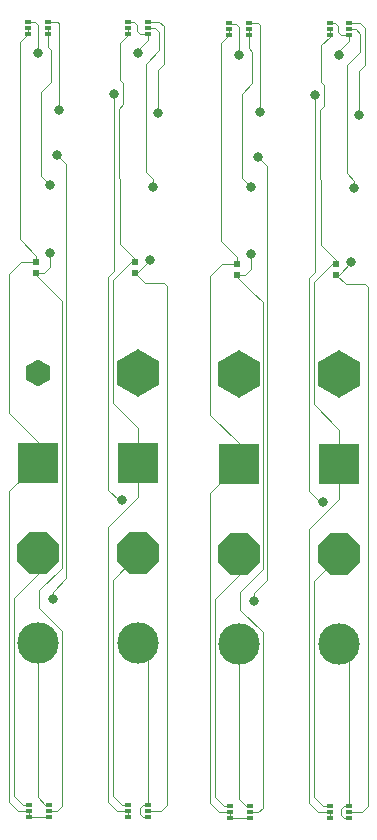
<source format=gbr>
G04 DesignSpark PCB Gerber Version 11.0 Build 5877*
G04 #@! TF.Part,Single*
G04 #@! TF.FileFunction,Copper,L1,Top*
G04 #@! TF.FilePolarity,Positive*
%FSLAX35Y35*%
%MOIN*%
G04 #@! TA.AperFunction,ViaPad*
%AMT26*0 Hexagon Pad at angle 0*4,1,6,-0.03937,-0.02273,-0.03937,0.02273,0.00001,0.04546,0.03937,0.02273,0.03937,-0.02273,0.00001,-0.04546,-0.03937,-0.02273,0*%
%ADD26T26*%
%AMT27*0 Hexagon Pad at angle 0*4,1,6,-0.06890,-0.03978,-0.06890,0.03978,0.00001,0.07956,0.06890,0.03978,0.06890,-0.03978,0.00001,-0.07956,-0.06890,-0.03978,0*%
%ADD27T27*%
%AMT24*0 Octagon Pad at angle 0*4,1,8,-0.02854,-0.06890,0.02854,-0.06890,0.06890,-0.02854,0.06890,0.02854,0.02854,0.06890,-0.02854,0.06890,-0.06890,0.02854,-0.06890,-0.02854,-0.02854,-0.06890,0*%
%ADD24T24*%
%ADD28R,0.13780X0.13780*%
G04 #@! TD.AperFunction*
%ADD23C,0.00200*%
G04 #@! TA.AperFunction,ViaPad*
%ADD11C,0.03200*%
%ADD25C,0.13780*%
G04 #@! TA.AperFunction,SMDPad,CuDef*
%ADD29R,0.01870X0.01181*%
%ADD72R,0.02441X0.02362*%
G04 #@! TD.AperFunction*
X0Y0D02*
D02*
D11*
X12219Y259831D03*
X16219Y193331D03*
Y215831D03*
X17250Y77831D03*
X18750Y225831D03*
X19219Y240831D03*
X37750Y246331D03*
X40250Y110831D03*
X45750Y259831D03*
X49750Y190831D03*
X50750Y215331D03*
X52250Y239831D03*
X79250Y259331D03*
X83250Y192831D03*
Y215331D03*
X84281Y77331D03*
X85781Y225331D03*
X86250Y240331D03*
X104781Y245831D03*
X107281Y110331D03*
X112781Y259331D03*
X116781Y190331D03*
X117781Y214831D03*
X119281Y239331D03*
D02*
D23*
X8919Y268331D02*
Y266362D01*
X9419Y7331D02*
X5719D01*
X2719Y10331D01*
Y113799D01*
X12250Y123331D01*
X9419Y7331D02*
Y5362D01*
X11719Y186520D02*
Y185831D01*
X16719Y180831D01*
X16750D01*
X20250Y177331D01*
Y88331D01*
X12750Y80831D01*
Y74831D01*
X20250Y67331D01*
Y8862D01*
X18719Y7331D01*
X16018D01*
X11719Y190142D02*
Y192331D01*
X6219Y197831D01*
Y263661D01*
X8919Y266362D01*
X12219Y63331D02*
Y11799D01*
X14719Y9299D01*
X16018D01*
X12219Y93331D02*
Y86331D01*
X4219Y78331D01*
Y12299D01*
X7219Y9299D01*
X9419D01*
X12219Y259831D02*
Y269130D01*
X11219Y270130D01*
X9089D01*
X8919Y270299D01*
X12250Y123331D02*
Y130299D01*
X2719Y139831D01*
Y186142D01*
X6719Y190142D01*
X11719D01*
X15518Y266362D02*
Y262031D01*
X16719Y260831D01*
Y250331D01*
X13219Y246831D01*
Y218831D01*
X16219Y215831D01*
X15518Y268331D02*
Y266362D01*
X16018Y5362D02*
X9419D01*
X16219Y193331D02*
Y188520D01*
X14219Y186520D01*
X11719D01*
X17250Y77831D02*
Y80331D01*
X21750Y84831D01*
Y222831D01*
X18750Y225831D01*
X19219Y240831D02*
Y269799D01*
X18719Y270299D01*
X15518D01*
X37750Y246331D02*
Y187331D01*
X35750Y185331D01*
Y114331D01*
X39250Y110831D01*
X40250D01*
X42451Y7331D02*
X38750D01*
X35750Y10331D01*
Y101831D01*
X45750Y111831D01*
Y123331D01*
X42451Y7331D02*
Y5362D01*
Y266362D02*
Y265862D01*
X39750Y263161D01*
Y250831D01*
X40750Y249831D01*
Y242831D01*
X39250Y241331D01*
Y240331D01*
X39750Y196331D01*
X44750Y191331D01*
Y190142D01*
X42451Y268331D02*
Y266362D01*
Y270299D02*
X44281D01*
X45250Y269331D01*
Y267362D01*
X46250Y266362D01*
X49049D01*
X44750Y186520D02*
X45439D01*
X49750Y190831D01*
X45750Y93331D02*
Y92831D01*
X37250Y84331D01*
Y12331D01*
X40281Y9299D01*
X42451D01*
X45750Y123331D02*
Y134831D01*
X37250Y143331D01*
Y184142D01*
X43250Y190142D01*
X44750D01*
X45750Y259831D02*
Y261031D01*
X49049Y264331D01*
Y266362D01*
Y5362D02*
X47219D01*
X46250Y6331D01*
Y8331D01*
X46281D01*
X47250Y9299D01*
X49049D01*
Y7331D02*
X53250D01*
X55250Y9331D01*
Y182331D01*
X54250Y183331D01*
X47939D01*
X44750Y186520D01*
X49049Y9299D02*
Y60031D01*
X45750Y63331D01*
X49049Y270299D02*
X52750D01*
X54250Y268799D01*
Y256331D01*
X52250Y254331D01*
Y239831D01*
X50750Y215331D02*
Y217831D01*
X48250Y220331D01*
Y256331D01*
X52750Y260831D01*
Y266831D01*
X51250Y268331D01*
X49049D01*
X75951Y267831D02*
Y265862D01*
X76451Y6831D02*
X72750D01*
X69750Y9831D01*
Y113299D01*
X79281Y122831D01*
X76451Y6831D02*
Y4862D01*
X78750Y186020D02*
Y185331D01*
X83750Y180331D01*
X83781D01*
X87281Y176831D01*
Y87831D01*
X79781Y80331D01*
Y74331D01*
X87281Y66831D01*
Y8362D01*
X85750Y6831D01*
X83049D01*
X78750Y189642D02*
Y191831D01*
X73250Y197331D01*
Y263161D01*
X75951Y265862D01*
X79250Y62831D02*
Y11299D01*
X81750Y8799D01*
X83049D01*
X79250Y92831D02*
Y85831D01*
X71250Y77831D01*
Y11799D01*
X74250Y8799D01*
X76451D01*
X79250Y259331D02*
Y268630D01*
X78250Y269630D01*
X76120D01*
X75951Y269799D01*
X79281Y122831D02*
Y129799D01*
X69750Y139331D01*
Y185642D01*
X73750Y189642D01*
X78750D01*
X82549Y265862D02*
Y261531D01*
X83750Y260331D01*
Y249831D01*
X80250Y246331D01*
Y218331D01*
X83250Y215331D01*
X82549Y267831D02*
Y265862D01*
X83049Y4862D02*
X76451D01*
X83250Y192831D02*
Y188020D01*
X81250Y186020D01*
X78750D01*
X84281Y77331D02*
Y79831D01*
X88781Y84331D01*
Y222331D01*
X85781Y225331D01*
X86250Y240331D02*
Y269299D01*
X85750Y269799D01*
X82549D01*
X104781Y245831D02*
Y186831D01*
X102781Y184831D01*
Y113831D01*
X106281Y110331D01*
X107281D01*
X109482Y6831D02*
X105781D01*
X102781Y9831D01*
Y101331D01*
X112781Y111331D01*
Y122831D01*
X109482Y6831D02*
Y4862D01*
Y265862D02*
Y265362D01*
X106781Y262661D01*
Y250331D01*
X107781Y249331D01*
Y242331D01*
X106281Y240831D01*
Y239831D01*
X106781Y195831D01*
X111781Y190831D01*
Y189642D01*
X109482Y267831D02*
Y265862D01*
Y269799D02*
X111313D01*
X112281Y268831D01*
Y266862D01*
X113281Y265862D01*
X116081D01*
X111781Y186020D02*
X112470D01*
X116781Y190331D01*
X112781Y92831D02*
Y92331D01*
X104281Y83831D01*
Y11831D01*
X107313Y8799D01*
X109482D01*
X112781Y122831D02*
Y134331D01*
X104281Y142831D01*
Y183642D01*
X110281Y189642D01*
X111781D01*
X112781Y259331D02*
Y260531D01*
X116081Y263831D01*
Y265862D01*
Y4862D02*
X114250D01*
X113281Y5831D01*
Y7831D01*
X113313D01*
X114281Y8799D01*
X116081D01*
Y6831D02*
X120281D01*
X122281Y8831D01*
Y181831D01*
X121281Y182831D01*
X114970D01*
X111781Y186020D01*
X116081Y8799D02*
Y59531D01*
X112781Y62831D01*
X116081Y269799D02*
X119781D01*
X121281Y268299D01*
Y255831D01*
X119281Y253831D01*
Y239331D01*
X117781Y214831D02*
Y217331D01*
X115281Y219831D01*
Y255831D01*
X119781Y260331D01*
Y266331D01*
X118281Y267831D01*
X116081D01*
D02*
D24*
X12219Y93331D03*
X45750D03*
X79250Y92831D03*
X112781D03*
D02*
D25*
X12219Y63331D03*
X45750D03*
X79250Y62831D03*
X112781D03*
D02*
D26*
X12219Y153331D03*
D02*
D27*
X45750D03*
X79250Y152831D03*
X112781D03*
D02*
D28*
X12250Y123331D03*
X45750D03*
X79281Y122831D03*
X112781D03*
D02*
D29*
X8919Y266362D03*
Y268331D03*
Y270299D03*
X9419Y5362D03*
Y7331D03*
Y9299D03*
X15518Y266362D03*
Y268331D03*
Y270299D03*
X16018Y5362D03*
Y7331D03*
Y9299D03*
X42451Y5362D03*
Y7331D03*
Y9299D03*
Y266362D03*
Y268331D03*
Y270299D03*
X49049Y5362D03*
Y7331D03*
Y9299D03*
Y266362D03*
Y268331D03*
Y270299D03*
X75951Y265862D03*
Y267831D03*
Y269799D03*
X76451Y4862D03*
Y6831D03*
Y8799D03*
X82549Y265862D03*
Y267831D03*
Y269799D03*
X83049Y4862D03*
Y6831D03*
Y8799D03*
X109482Y4862D03*
Y6831D03*
Y8799D03*
Y265862D03*
Y267831D03*
Y269799D03*
X116081Y4862D03*
Y6831D03*
Y8799D03*
Y265862D03*
Y267831D03*
Y269799D03*
D02*
D72*
X11719Y186520D03*
Y190142D03*
X44750Y186520D03*
Y190142D03*
X78750Y186020D03*
Y189642D03*
X111781Y186020D03*
Y189642D03*
X0Y0D02*
M02*

</source>
